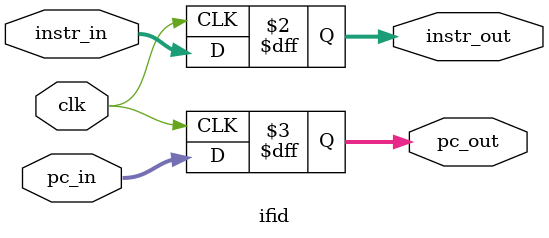
<source format=v>
`timescale 1ns / 1ps


module ifid(
    input wire clk,
    input wire [31:0] instr_in,
    input wire [31:0] pc_in,
    
    output reg [31:0] instr_out,
    output reg [31:0] pc_out
    );
    always@(negedge clk) begin
        instr_out = instr_in;
        pc_out = pc_in;
    end
endmodule

</source>
